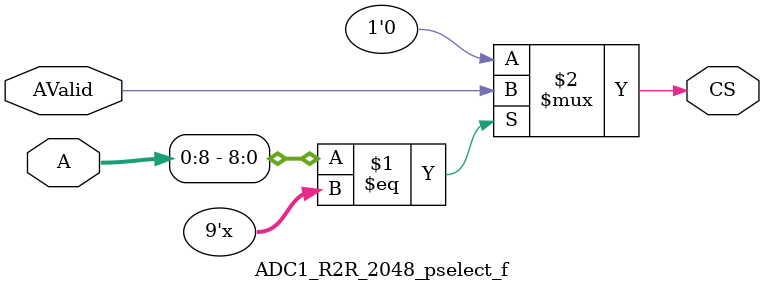
<source format=v>
`timescale 1 ps/1 ps

module ADC1_R2R_2048_pselect_f ( A, AValid, CS) ;

parameter C_AB  = 9;
parameter C_AW  = 32;
parameter [0:C_AW - 1] C_BAR =  'bz;
parameter C_FAMILY  = "nofamily";
input[0:C_AW-1] A; 
input AValid; 
output CS; 
wire CS;
parameter [0:C_AB-1]BAR = C_BAR[0:C_AB-1];

//----------------------------------------------------------------------------
// Build a behavioral decoder
//----------------------------------------------------------------------------
generate
if (C_AB > 0) begin : XST_WA
assign CS = (A[0:C_AB - 1] == BAR[0:C_AB - 1]) ? AValid : 1'b0 ;
end
endgenerate

generate
if (C_AB == 0) begin : PASS_ON_GEN
assign CS = AValid ;
end
endgenerate
endmodule

</source>
